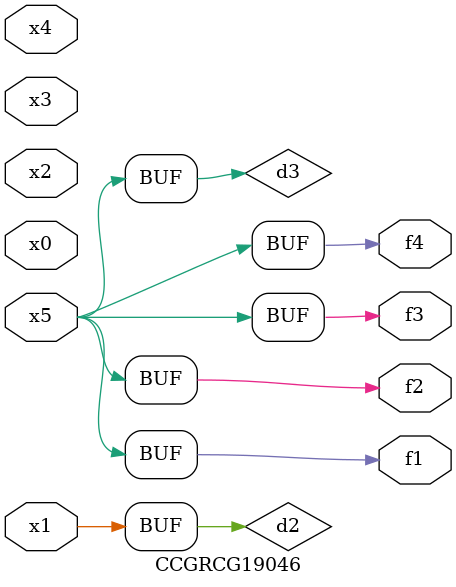
<source format=v>
module CCGRCG19046(
	input x0, x1, x2, x3, x4, x5,
	output f1, f2, f3, f4
);

	wire d1, d2, d3;

	not (d1, x5);
	or (d2, x1);
	xnor (d3, d1);
	assign f1 = d3;
	assign f2 = d3;
	assign f3 = d3;
	assign f4 = d3;
endmodule

</source>
